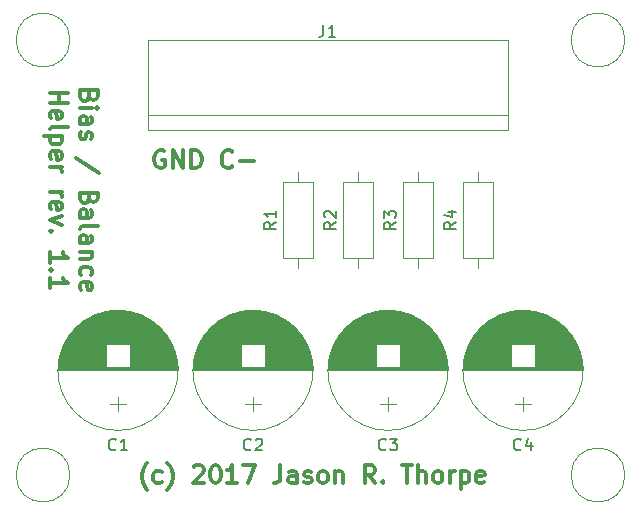
<source format=gbr>
G04 #@! TF.FileFunction,Legend,Top*
%FSLAX46Y46*%
G04 Gerber Fmt 4.6, Leading zero omitted, Abs format (unit mm)*
G04 Created by KiCad (PCBNEW 4.0.7) date Sunday, September 16, 2018 'AMt' 08:41:20 AM*
%MOMM*%
%LPD*%
G01*
G04 APERTURE LIST*
%ADD10C,0.100000*%
%ADD11C,0.300000*%
%ADD12C,0.120000*%
%ADD13C,0.150000*%
G04 APERTURE END LIST*
D10*
D11*
X134732143Y-64461429D02*
X134660714Y-64675715D01*
X134589286Y-64747143D01*
X134446429Y-64818572D01*
X134232143Y-64818572D01*
X134089286Y-64747143D01*
X134017857Y-64675715D01*
X133946429Y-64532857D01*
X133946429Y-63961429D01*
X135446429Y-63961429D01*
X135446429Y-64461429D01*
X135375000Y-64604286D01*
X135303571Y-64675715D01*
X135160714Y-64747143D01*
X135017857Y-64747143D01*
X134875000Y-64675715D01*
X134803571Y-64604286D01*
X134732143Y-64461429D01*
X134732143Y-63961429D01*
X133946429Y-65461429D02*
X134946429Y-65461429D01*
X135446429Y-65461429D02*
X135375000Y-65390000D01*
X135303571Y-65461429D01*
X135375000Y-65532857D01*
X135446429Y-65461429D01*
X135303571Y-65461429D01*
X133946429Y-66818572D02*
X134732143Y-66818572D01*
X134875000Y-66747143D01*
X134946429Y-66604286D01*
X134946429Y-66318572D01*
X134875000Y-66175715D01*
X134017857Y-66818572D02*
X133946429Y-66675715D01*
X133946429Y-66318572D01*
X134017857Y-66175715D01*
X134160714Y-66104286D01*
X134303571Y-66104286D01*
X134446429Y-66175715D01*
X134517857Y-66318572D01*
X134517857Y-66675715D01*
X134589286Y-66818572D01*
X134017857Y-67461429D02*
X133946429Y-67604286D01*
X133946429Y-67890001D01*
X134017857Y-68032858D01*
X134160714Y-68104286D01*
X134232143Y-68104286D01*
X134375000Y-68032858D01*
X134446429Y-67890001D01*
X134446429Y-67675715D01*
X134517857Y-67532858D01*
X134660714Y-67461429D01*
X134732143Y-67461429D01*
X134875000Y-67532858D01*
X134946429Y-67675715D01*
X134946429Y-67890001D01*
X134875000Y-68032858D01*
X135517857Y-70961429D02*
X133589286Y-69675715D01*
X134732143Y-73104287D02*
X134660714Y-73318573D01*
X134589286Y-73390001D01*
X134446429Y-73461430D01*
X134232143Y-73461430D01*
X134089286Y-73390001D01*
X134017857Y-73318573D01*
X133946429Y-73175715D01*
X133946429Y-72604287D01*
X135446429Y-72604287D01*
X135446429Y-73104287D01*
X135375000Y-73247144D01*
X135303571Y-73318573D01*
X135160714Y-73390001D01*
X135017857Y-73390001D01*
X134875000Y-73318573D01*
X134803571Y-73247144D01*
X134732143Y-73104287D01*
X134732143Y-72604287D01*
X133946429Y-74747144D02*
X134732143Y-74747144D01*
X134875000Y-74675715D01*
X134946429Y-74532858D01*
X134946429Y-74247144D01*
X134875000Y-74104287D01*
X134017857Y-74747144D02*
X133946429Y-74604287D01*
X133946429Y-74247144D01*
X134017857Y-74104287D01*
X134160714Y-74032858D01*
X134303571Y-74032858D01*
X134446429Y-74104287D01*
X134517857Y-74247144D01*
X134517857Y-74604287D01*
X134589286Y-74747144D01*
X133946429Y-75675716D02*
X134017857Y-75532858D01*
X134160714Y-75461430D01*
X135446429Y-75461430D01*
X133946429Y-76890001D02*
X134732143Y-76890001D01*
X134875000Y-76818572D01*
X134946429Y-76675715D01*
X134946429Y-76390001D01*
X134875000Y-76247144D01*
X134017857Y-76890001D02*
X133946429Y-76747144D01*
X133946429Y-76390001D01*
X134017857Y-76247144D01*
X134160714Y-76175715D01*
X134303571Y-76175715D01*
X134446429Y-76247144D01*
X134517857Y-76390001D01*
X134517857Y-76747144D01*
X134589286Y-76890001D01*
X134946429Y-77604287D02*
X133946429Y-77604287D01*
X134803571Y-77604287D02*
X134875000Y-77675715D01*
X134946429Y-77818573D01*
X134946429Y-78032858D01*
X134875000Y-78175715D01*
X134732143Y-78247144D01*
X133946429Y-78247144D01*
X134017857Y-79604287D02*
X133946429Y-79461430D01*
X133946429Y-79175716D01*
X134017857Y-79032858D01*
X134089286Y-78961430D01*
X134232143Y-78890001D01*
X134660714Y-78890001D01*
X134803571Y-78961430D01*
X134875000Y-79032858D01*
X134946429Y-79175716D01*
X134946429Y-79461430D01*
X134875000Y-79604287D01*
X134017857Y-80818572D02*
X133946429Y-80675715D01*
X133946429Y-80390001D01*
X134017857Y-80247144D01*
X134160714Y-80175715D01*
X134732143Y-80175715D01*
X134875000Y-80247144D01*
X134946429Y-80390001D01*
X134946429Y-80675715D01*
X134875000Y-80818572D01*
X134732143Y-80890001D01*
X134589286Y-80890001D01*
X134446429Y-80175715D01*
X131396429Y-64175716D02*
X132896429Y-64175716D01*
X132182143Y-64175716D02*
X132182143Y-65032859D01*
X131396429Y-65032859D02*
X132896429Y-65032859D01*
X131467857Y-66318573D02*
X131396429Y-66175716D01*
X131396429Y-65890002D01*
X131467857Y-65747145D01*
X131610714Y-65675716D01*
X132182143Y-65675716D01*
X132325000Y-65747145D01*
X132396429Y-65890002D01*
X132396429Y-66175716D01*
X132325000Y-66318573D01*
X132182143Y-66390002D01*
X132039286Y-66390002D01*
X131896429Y-65675716D01*
X131396429Y-67247145D02*
X131467857Y-67104287D01*
X131610714Y-67032859D01*
X132896429Y-67032859D01*
X132396429Y-67818573D02*
X130896429Y-67818573D01*
X132325000Y-67818573D02*
X132396429Y-67961430D01*
X132396429Y-68247144D01*
X132325000Y-68390001D01*
X132253571Y-68461430D01*
X132110714Y-68532859D01*
X131682143Y-68532859D01*
X131539286Y-68461430D01*
X131467857Y-68390001D01*
X131396429Y-68247144D01*
X131396429Y-67961430D01*
X131467857Y-67818573D01*
X131467857Y-69747144D02*
X131396429Y-69604287D01*
X131396429Y-69318573D01*
X131467857Y-69175716D01*
X131610714Y-69104287D01*
X132182143Y-69104287D01*
X132325000Y-69175716D01*
X132396429Y-69318573D01*
X132396429Y-69604287D01*
X132325000Y-69747144D01*
X132182143Y-69818573D01*
X132039286Y-69818573D01*
X131896429Y-69104287D01*
X131396429Y-70461430D02*
X132396429Y-70461430D01*
X132110714Y-70461430D02*
X132253571Y-70532858D01*
X132325000Y-70604287D01*
X132396429Y-70747144D01*
X132396429Y-70890001D01*
X131396429Y-72532858D02*
X132396429Y-72532858D01*
X132110714Y-72532858D02*
X132253571Y-72604286D01*
X132325000Y-72675715D01*
X132396429Y-72818572D01*
X132396429Y-72961429D01*
X131467857Y-74032857D02*
X131396429Y-73890000D01*
X131396429Y-73604286D01*
X131467857Y-73461429D01*
X131610714Y-73390000D01*
X132182143Y-73390000D01*
X132325000Y-73461429D01*
X132396429Y-73604286D01*
X132396429Y-73890000D01*
X132325000Y-74032857D01*
X132182143Y-74104286D01*
X132039286Y-74104286D01*
X131896429Y-73390000D01*
X132396429Y-74604286D02*
X131396429Y-74961429D01*
X132396429Y-75318571D01*
X131539286Y-75890000D02*
X131467857Y-75961428D01*
X131396429Y-75890000D01*
X131467857Y-75818571D01*
X131539286Y-75890000D01*
X131396429Y-75890000D01*
X131396429Y-78532857D02*
X131396429Y-77675714D01*
X131396429Y-78104286D02*
X132896429Y-78104286D01*
X132682143Y-77961429D01*
X132539286Y-77818571D01*
X132467857Y-77675714D01*
X131539286Y-79175714D02*
X131467857Y-79247142D01*
X131396429Y-79175714D01*
X131467857Y-79104285D01*
X131539286Y-79175714D01*
X131396429Y-79175714D01*
X131396429Y-80675714D02*
X131396429Y-79818571D01*
X131396429Y-80247143D02*
X132896429Y-80247143D01*
X132682143Y-80104286D01*
X132539286Y-79961428D01*
X132467857Y-79818571D01*
X139634287Y-97770000D02*
X139562859Y-97698571D01*
X139420002Y-97484286D01*
X139348573Y-97341429D01*
X139277144Y-97127143D01*
X139205716Y-96770000D01*
X139205716Y-96484286D01*
X139277144Y-96127143D01*
X139348573Y-95912857D01*
X139420002Y-95770000D01*
X139562859Y-95555714D01*
X139634287Y-95484286D01*
X140848573Y-97127143D02*
X140705716Y-97198571D01*
X140420002Y-97198571D01*
X140277144Y-97127143D01*
X140205716Y-97055714D01*
X140134287Y-96912857D01*
X140134287Y-96484286D01*
X140205716Y-96341429D01*
X140277144Y-96270000D01*
X140420002Y-96198571D01*
X140705716Y-96198571D01*
X140848573Y-96270000D01*
X141348573Y-97770000D02*
X141420001Y-97698571D01*
X141562858Y-97484286D01*
X141634287Y-97341429D01*
X141705716Y-97127143D01*
X141777144Y-96770000D01*
X141777144Y-96484286D01*
X141705716Y-96127143D01*
X141634287Y-95912857D01*
X141562858Y-95770000D01*
X141420001Y-95555714D01*
X141348573Y-95484286D01*
X143562858Y-95841429D02*
X143634287Y-95770000D01*
X143777144Y-95698571D01*
X144134287Y-95698571D01*
X144277144Y-95770000D01*
X144348573Y-95841429D01*
X144420001Y-95984286D01*
X144420001Y-96127143D01*
X144348573Y-96341429D01*
X143491430Y-97198571D01*
X144420001Y-97198571D01*
X145348572Y-95698571D02*
X145491429Y-95698571D01*
X145634286Y-95770000D01*
X145705715Y-95841429D01*
X145777144Y-95984286D01*
X145848572Y-96270000D01*
X145848572Y-96627143D01*
X145777144Y-96912857D01*
X145705715Y-97055714D01*
X145634286Y-97127143D01*
X145491429Y-97198571D01*
X145348572Y-97198571D01*
X145205715Y-97127143D01*
X145134286Y-97055714D01*
X145062858Y-96912857D01*
X144991429Y-96627143D01*
X144991429Y-96270000D01*
X145062858Y-95984286D01*
X145134286Y-95841429D01*
X145205715Y-95770000D01*
X145348572Y-95698571D01*
X147277143Y-97198571D02*
X146420000Y-97198571D01*
X146848572Y-97198571D02*
X146848572Y-95698571D01*
X146705715Y-95912857D01*
X146562857Y-96055714D01*
X146420000Y-96127143D01*
X147777143Y-95698571D02*
X148777143Y-95698571D01*
X148134286Y-97198571D01*
X150919999Y-95698571D02*
X150919999Y-96770000D01*
X150848571Y-96984286D01*
X150705714Y-97127143D01*
X150491428Y-97198571D01*
X150348571Y-97198571D01*
X152277142Y-97198571D02*
X152277142Y-96412857D01*
X152205713Y-96270000D01*
X152062856Y-96198571D01*
X151777142Y-96198571D01*
X151634285Y-96270000D01*
X152277142Y-97127143D02*
X152134285Y-97198571D01*
X151777142Y-97198571D01*
X151634285Y-97127143D01*
X151562856Y-96984286D01*
X151562856Y-96841429D01*
X151634285Y-96698571D01*
X151777142Y-96627143D01*
X152134285Y-96627143D01*
X152277142Y-96555714D01*
X152919999Y-97127143D02*
X153062856Y-97198571D01*
X153348571Y-97198571D01*
X153491428Y-97127143D01*
X153562856Y-96984286D01*
X153562856Y-96912857D01*
X153491428Y-96770000D01*
X153348571Y-96698571D01*
X153134285Y-96698571D01*
X152991428Y-96627143D01*
X152919999Y-96484286D01*
X152919999Y-96412857D01*
X152991428Y-96270000D01*
X153134285Y-96198571D01*
X153348571Y-96198571D01*
X153491428Y-96270000D01*
X154420000Y-97198571D02*
X154277142Y-97127143D01*
X154205714Y-97055714D01*
X154134285Y-96912857D01*
X154134285Y-96484286D01*
X154205714Y-96341429D01*
X154277142Y-96270000D01*
X154420000Y-96198571D01*
X154634285Y-96198571D01*
X154777142Y-96270000D01*
X154848571Y-96341429D01*
X154920000Y-96484286D01*
X154920000Y-96912857D01*
X154848571Y-97055714D01*
X154777142Y-97127143D01*
X154634285Y-97198571D01*
X154420000Y-97198571D01*
X155562857Y-96198571D02*
X155562857Y-97198571D01*
X155562857Y-96341429D02*
X155634285Y-96270000D01*
X155777143Y-96198571D01*
X155991428Y-96198571D01*
X156134285Y-96270000D01*
X156205714Y-96412857D01*
X156205714Y-97198571D01*
X158920000Y-97198571D02*
X158420000Y-96484286D01*
X158062857Y-97198571D02*
X158062857Y-95698571D01*
X158634285Y-95698571D01*
X158777143Y-95770000D01*
X158848571Y-95841429D01*
X158920000Y-95984286D01*
X158920000Y-96198571D01*
X158848571Y-96341429D01*
X158777143Y-96412857D01*
X158634285Y-96484286D01*
X158062857Y-96484286D01*
X159562857Y-97055714D02*
X159634285Y-97127143D01*
X159562857Y-97198571D01*
X159491428Y-97127143D01*
X159562857Y-97055714D01*
X159562857Y-97198571D01*
X161205714Y-95698571D02*
X162062857Y-95698571D01*
X161634286Y-97198571D02*
X161634286Y-95698571D01*
X162562857Y-97198571D02*
X162562857Y-95698571D01*
X163205714Y-97198571D02*
X163205714Y-96412857D01*
X163134285Y-96270000D01*
X162991428Y-96198571D01*
X162777143Y-96198571D01*
X162634285Y-96270000D01*
X162562857Y-96341429D01*
X164134286Y-97198571D02*
X163991428Y-97127143D01*
X163920000Y-97055714D01*
X163848571Y-96912857D01*
X163848571Y-96484286D01*
X163920000Y-96341429D01*
X163991428Y-96270000D01*
X164134286Y-96198571D01*
X164348571Y-96198571D01*
X164491428Y-96270000D01*
X164562857Y-96341429D01*
X164634286Y-96484286D01*
X164634286Y-96912857D01*
X164562857Y-97055714D01*
X164491428Y-97127143D01*
X164348571Y-97198571D01*
X164134286Y-97198571D01*
X165277143Y-97198571D02*
X165277143Y-96198571D01*
X165277143Y-96484286D02*
X165348571Y-96341429D01*
X165420000Y-96270000D01*
X165562857Y-96198571D01*
X165705714Y-96198571D01*
X166205714Y-96198571D02*
X166205714Y-97698571D01*
X166205714Y-96270000D02*
X166348571Y-96198571D01*
X166634285Y-96198571D01*
X166777142Y-96270000D01*
X166848571Y-96341429D01*
X166920000Y-96484286D01*
X166920000Y-96912857D01*
X166848571Y-97055714D01*
X166777142Y-97127143D01*
X166634285Y-97198571D01*
X166348571Y-97198571D01*
X166205714Y-97127143D01*
X168134285Y-97127143D02*
X167991428Y-97198571D01*
X167705714Y-97198571D01*
X167562857Y-97127143D01*
X167491428Y-96984286D01*
X167491428Y-96412857D01*
X167562857Y-96270000D01*
X167705714Y-96198571D01*
X167991428Y-96198571D01*
X168134285Y-96270000D01*
X168205714Y-96412857D01*
X168205714Y-96555714D01*
X167491428Y-96698571D01*
X141097143Y-69100000D02*
X140954286Y-69028571D01*
X140740000Y-69028571D01*
X140525715Y-69100000D01*
X140382857Y-69242857D01*
X140311429Y-69385714D01*
X140240000Y-69671429D01*
X140240000Y-69885714D01*
X140311429Y-70171429D01*
X140382857Y-70314286D01*
X140525715Y-70457143D01*
X140740000Y-70528571D01*
X140882857Y-70528571D01*
X141097143Y-70457143D01*
X141168572Y-70385714D01*
X141168572Y-69885714D01*
X140882857Y-69885714D01*
X141811429Y-70528571D02*
X141811429Y-69028571D01*
X142668572Y-70528571D01*
X142668572Y-69028571D01*
X143382858Y-70528571D02*
X143382858Y-69028571D01*
X143740001Y-69028571D01*
X143954286Y-69100000D01*
X144097144Y-69242857D01*
X144168572Y-69385714D01*
X144240001Y-69671429D01*
X144240001Y-69885714D01*
X144168572Y-70171429D01*
X144097144Y-70314286D01*
X143954286Y-70457143D01*
X143740001Y-70528571D01*
X143382858Y-70528571D01*
X146855715Y-70385714D02*
X146784286Y-70457143D01*
X146570000Y-70528571D01*
X146427143Y-70528571D01*
X146212858Y-70457143D01*
X146070000Y-70314286D01*
X145998572Y-70171429D01*
X145927143Y-69885714D01*
X145927143Y-69671429D01*
X145998572Y-69385714D01*
X146070000Y-69242857D01*
X146212858Y-69100000D01*
X146427143Y-69028571D01*
X146570000Y-69028571D01*
X146784286Y-69100000D01*
X146855715Y-69171429D01*
X147498572Y-69957143D02*
X148641429Y-69957143D01*
D12*
X142250000Y-87650000D02*
G75*
G03X142250000Y-87650000I-5090000J0D01*
G01*
X132110000Y-87650000D02*
X142210000Y-87650000D01*
X132110000Y-87610000D02*
X142210000Y-87610000D01*
X132110000Y-87570000D02*
X142210000Y-87570000D01*
X132111000Y-87530000D02*
X142209000Y-87530000D01*
X132112000Y-87490000D02*
X142208000Y-87490000D01*
X132113000Y-87450000D02*
X142207000Y-87450000D01*
X132115000Y-87410000D02*
X142205000Y-87410000D01*
X132117000Y-87370000D02*
X136180000Y-87370000D01*
X138140000Y-87370000D02*
X142203000Y-87370000D01*
X132120000Y-87330000D02*
X136180000Y-87330000D01*
X138140000Y-87330000D02*
X142200000Y-87330000D01*
X132122000Y-87290000D02*
X136180000Y-87290000D01*
X138140000Y-87290000D02*
X142198000Y-87290000D01*
X132125000Y-87250000D02*
X136180000Y-87250000D01*
X138140000Y-87250000D02*
X142195000Y-87250000D01*
X132129000Y-87210000D02*
X136180000Y-87210000D01*
X138140000Y-87210000D02*
X142191000Y-87210000D01*
X132132000Y-87170000D02*
X136180000Y-87170000D01*
X138140000Y-87170000D02*
X142188000Y-87170000D01*
X132136000Y-87130000D02*
X136180000Y-87130000D01*
X138140000Y-87130000D02*
X142184000Y-87130000D01*
X132140000Y-87090000D02*
X136180000Y-87090000D01*
X138140000Y-87090000D02*
X142180000Y-87090000D01*
X132145000Y-87050000D02*
X136180000Y-87050000D01*
X138140000Y-87050000D02*
X142175000Y-87050000D01*
X132150000Y-87010000D02*
X136180000Y-87010000D01*
X138140000Y-87010000D02*
X142170000Y-87010000D01*
X132155000Y-86970000D02*
X136180000Y-86970000D01*
X138140000Y-86970000D02*
X142165000Y-86970000D01*
X132161000Y-86929000D02*
X136180000Y-86929000D01*
X138140000Y-86929000D02*
X142159000Y-86929000D01*
X132167000Y-86889000D02*
X136180000Y-86889000D01*
X138140000Y-86889000D02*
X142153000Y-86889000D01*
X132173000Y-86849000D02*
X136180000Y-86849000D01*
X138140000Y-86849000D02*
X142147000Y-86849000D01*
X132179000Y-86809000D02*
X136180000Y-86809000D01*
X138140000Y-86809000D02*
X142141000Y-86809000D01*
X132186000Y-86769000D02*
X136180000Y-86769000D01*
X138140000Y-86769000D02*
X142134000Y-86769000D01*
X132193000Y-86729000D02*
X136180000Y-86729000D01*
X138140000Y-86729000D02*
X142127000Y-86729000D01*
X132201000Y-86689000D02*
X136180000Y-86689000D01*
X138140000Y-86689000D02*
X142119000Y-86689000D01*
X132209000Y-86649000D02*
X136180000Y-86649000D01*
X138140000Y-86649000D02*
X142111000Y-86649000D01*
X132217000Y-86609000D02*
X136180000Y-86609000D01*
X138140000Y-86609000D02*
X142103000Y-86609000D01*
X132225000Y-86569000D02*
X136180000Y-86569000D01*
X138140000Y-86569000D02*
X142095000Y-86569000D01*
X132234000Y-86529000D02*
X136180000Y-86529000D01*
X138140000Y-86529000D02*
X142086000Y-86529000D01*
X132243000Y-86489000D02*
X136180000Y-86489000D01*
X138140000Y-86489000D02*
X142077000Y-86489000D01*
X132253000Y-86449000D02*
X136180000Y-86449000D01*
X138140000Y-86449000D02*
X142067000Y-86449000D01*
X132263000Y-86409000D02*
X136180000Y-86409000D01*
X138140000Y-86409000D02*
X142057000Y-86409000D01*
X132273000Y-86369000D02*
X136180000Y-86369000D01*
X138140000Y-86369000D02*
X142047000Y-86369000D01*
X132284000Y-86329000D02*
X136180000Y-86329000D01*
X138140000Y-86329000D02*
X142036000Y-86329000D01*
X132295000Y-86289000D02*
X136180000Y-86289000D01*
X138140000Y-86289000D02*
X142025000Y-86289000D01*
X132306000Y-86249000D02*
X136180000Y-86249000D01*
X138140000Y-86249000D02*
X142014000Y-86249000D01*
X132317000Y-86209000D02*
X136180000Y-86209000D01*
X138140000Y-86209000D02*
X142003000Y-86209000D01*
X132329000Y-86169000D02*
X136180000Y-86169000D01*
X138140000Y-86169000D02*
X141991000Y-86169000D01*
X132342000Y-86129000D02*
X136180000Y-86129000D01*
X138140000Y-86129000D02*
X141978000Y-86129000D01*
X132354000Y-86089000D02*
X136180000Y-86089000D01*
X138140000Y-86089000D02*
X141966000Y-86089000D01*
X132368000Y-86049000D02*
X136180000Y-86049000D01*
X138140000Y-86049000D02*
X141952000Y-86049000D01*
X132381000Y-86009000D02*
X136180000Y-86009000D01*
X138140000Y-86009000D02*
X141939000Y-86009000D01*
X132395000Y-85969000D02*
X136180000Y-85969000D01*
X138140000Y-85969000D02*
X141925000Y-85969000D01*
X132409000Y-85929000D02*
X136180000Y-85929000D01*
X138140000Y-85929000D02*
X141911000Y-85929000D01*
X132423000Y-85889000D02*
X136180000Y-85889000D01*
X138140000Y-85889000D02*
X141897000Y-85889000D01*
X132438000Y-85849000D02*
X136180000Y-85849000D01*
X138140000Y-85849000D02*
X141882000Y-85849000D01*
X132454000Y-85809000D02*
X136180000Y-85809000D01*
X138140000Y-85809000D02*
X141866000Y-85809000D01*
X132469000Y-85769000D02*
X136180000Y-85769000D01*
X138140000Y-85769000D02*
X141851000Y-85769000D01*
X132486000Y-85729000D02*
X136180000Y-85729000D01*
X138140000Y-85729000D02*
X141834000Y-85729000D01*
X132502000Y-85689000D02*
X136180000Y-85689000D01*
X138140000Y-85689000D02*
X141818000Y-85689000D01*
X132519000Y-85649000D02*
X136180000Y-85649000D01*
X138140000Y-85649000D02*
X141801000Y-85649000D01*
X132536000Y-85609000D02*
X136180000Y-85609000D01*
X138140000Y-85609000D02*
X141784000Y-85609000D01*
X132554000Y-85569000D02*
X136180000Y-85569000D01*
X138140000Y-85569000D02*
X141766000Y-85569000D01*
X132572000Y-85529000D02*
X136180000Y-85529000D01*
X138140000Y-85529000D02*
X141748000Y-85529000D01*
X132591000Y-85489000D02*
X136180000Y-85489000D01*
X138140000Y-85489000D02*
X141729000Y-85489000D01*
X132610000Y-85449000D02*
X136180000Y-85449000D01*
X138140000Y-85449000D02*
X141710000Y-85449000D01*
X132629000Y-85409000D02*
X141691000Y-85409000D01*
X132649000Y-85369000D02*
X141671000Y-85369000D01*
X132669000Y-85329000D02*
X141651000Y-85329000D01*
X132690000Y-85289000D02*
X141630000Y-85289000D01*
X132711000Y-85249000D02*
X141609000Y-85249000D01*
X132732000Y-85209000D02*
X141588000Y-85209000D01*
X132755000Y-85169000D02*
X141565000Y-85169000D01*
X132777000Y-85129000D02*
X141543000Y-85129000D01*
X132800000Y-85089000D02*
X141520000Y-85089000D01*
X132824000Y-85049000D02*
X141496000Y-85049000D01*
X132848000Y-85009000D02*
X141472000Y-85009000D01*
X132872000Y-84969000D02*
X141448000Y-84969000D01*
X132897000Y-84929000D02*
X141423000Y-84929000D01*
X132923000Y-84889000D02*
X141397000Y-84889000D01*
X132949000Y-84849000D02*
X141371000Y-84849000D01*
X132975000Y-84809000D02*
X141345000Y-84809000D01*
X133003000Y-84769000D02*
X141317000Y-84769000D01*
X133030000Y-84729000D02*
X141290000Y-84729000D01*
X133059000Y-84689000D02*
X141261000Y-84689000D01*
X133088000Y-84649000D02*
X141232000Y-84649000D01*
X133117000Y-84609000D02*
X141203000Y-84609000D01*
X133147000Y-84569000D02*
X141173000Y-84569000D01*
X133178000Y-84529000D02*
X141142000Y-84529000D01*
X133209000Y-84489000D02*
X141111000Y-84489000D01*
X133241000Y-84449000D02*
X141079000Y-84449000D01*
X133274000Y-84409000D02*
X141046000Y-84409000D01*
X133307000Y-84369000D02*
X141013000Y-84369000D01*
X133341000Y-84329000D02*
X140979000Y-84329000D01*
X133376000Y-84289000D02*
X140944000Y-84289000D01*
X133412000Y-84249000D02*
X140908000Y-84249000D01*
X133448000Y-84209000D02*
X140872000Y-84209000D01*
X133485000Y-84169000D02*
X140835000Y-84169000D01*
X133523000Y-84129000D02*
X140797000Y-84129000D01*
X133562000Y-84089000D02*
X140758000Y-84089000D01*
X133601000Y-84049000D02*
X140719000Y-84049000D01*
X133642000Y-84009000D02*
X140678000Y-84009000D01*
X133683000Y-83969000D02*
X140637000Y-83969000D01*
X133725000Y-83929000D02*
X140595000Y-83929000D01*
X133769000Y-83889000D02*
X140551000Y-83889000D01*
X133813000Y-83849000D02*
X140507000Y-83849000D01*
X133858000Y-83809000D02*
X140462000Y-83809000D01*
X133905000Y-83769000D02*
X140415000Y-83769000D01*
X133953000Y-83729000D02*
X140367000Y-83729000D01*
X134002000Y-83689000D02*
X140318000Y-83689000D01*
X134052000Y-83649000D02*
X140268000Y-83649000D01*
X134103000Y-83609000D02*
X140217000Y-83609000D01*
X134156000Y-83569000D02*
X140164000Y-83569000D01*
X134211000Y-83529000D02*
X140109000Y-83529000D01*
X134266000Y-83489000D02*
X140054000Y-83489000D01*
X134324000Y-83449000D02*
X139996000Y-83449000D01*
X134383000Y-83409000D02*
X139937000Y-83409000D01*
X134445000Y-83369000D02*
X139875000Y-83369000D01*
X134508000Y-83329000D02*
X139812000Y-83329000D01*
X134573000Y-83289000D02*
X139747000Y-83289000D01*
X134641000Y-83249000D02*
X139679000Y-83249000D01*
X134711000Y-83209000D02*
X139609000Y-83209000D01*
X134783000Y-83169000D02*
X139537000Y-83169000D01*
X134859000Y-83129000D02*
X139461000Y-83129000D01*
X134938000Y-83089000D02*
X139382000Y-83089000D01*
X135020000Y-83049000D02*
X139300000Y-83049000D01*
X135107000Y-83009000D02*
X139213000Y-83009000D01*
X135198000Y-82969000D02*
X139122000Y-82969000D01*
X135294000Y-82929000D02*
X139026000Y-82929000D01*
X135397000Y-82889000D02*
X138923000Y-82889000D01*
X135506000Y-82849000D02*
X138814000Y-82849000D01*
X135624000Y-82809000D02*
X138696000Y-82809000D01*
X135753000Y-82769000D02*
X138567000Y-82769000D01*
X135895000Y-82729000D02*
X138425000Y-82729000D01*
X136056000Y-82689000D02*
X138264000Y-82689000D01*
X136247000Y-82649000D02*
X138073000Y-82649000D01*
X136488000Y-82609000D02*
X137832000Y-82609000D01*
X136881000Y-82569000D02*
X137439000Y-82569000D01*
X137160000Y-91100000D02*
X137160000Y-89900000D01*
X136510000Y-90500000D02*
X137810000Y-90500000D01*
X153680000Y-87650000D02*
G75*
G03X153680000Y-87650000I-5090000J0D01*
G01*
X143540000Y-87650000D02*
X153640000Y-87650000D01*
X143540000Y-87610000D02*
X153640000Y-87610000D01*
X143540000Y-87570000D02*
X153640000Y-87570000D01*
X143541000Y-87530000D02*
X153639000Y-87530000D01*
X143542000Y-87490000D02*
X153638000Y-87490000D01*
X143543000Y-87450000D02*
X153637000Y-87450000D01*
X143545000Y-87410000D02*
X153635000Y-87410000D01*
X143547000Y-87370000D02*
X147610000Y-87370000D01*
X149570000Y-87370000D02*
X153633000Y-87370000D01*
X143550000Y-87330000D02*
X147610000Y-87330000D01*
X149570000Y-87330000D02*
X153630000Y-87330000D01*
X143552000Y-87290000D02*
X147610000Y-87290000D01*
X149570000Y-87290000D02*
X153628000Y-87290000D01*
X143555000Y-87250000D02*
X147610000Y-87250000D01*
X149570000Y-87250000D02*
X153625000Y-87250000D01*
X143559000Y-87210000D02*
X147610000Y-87210000D01*
X149570000Y-87210000D02*
X153621000Y-87210000D01*
X143562000Y-87170000D02*
X147610000Y-87170000D01*
X149570000Y-87170000D02*
X153618000Y-87170000D01*
X143566000Y-87130000D02*
X147610000Y-87130000D01*
X149570000Y-87130000D02*
X153614000Y-87130000D01*
X143570000Y-87090000D02*
X147610000Y-87090000D01*
X149570000Y-87090000D02*
X153610000Y-87090000D01*
X143575000Y-87050000D02*
X147610000Y-87050000D01*
X149570000Y-87050000D02*
X153605000Y-87050000D01*
X143580000Y-87010000D02*
X147610000Y-87010000D01*
X149570000Y-87010000D02*
X153600000Y-87010000D01*
X143585000Y-86970000D02*
X147610000Y-86970000D01*
X149570000Y-86970000D02*
X153595000Y-86970000D01*
X143591000Y-86929000D02*
X147610000Y-86929000D01*
X149570000Y-86929000D02*
X153589000Y-86929000D01*
X143597000Y-86889000D02*
X147610000Y-86889000D01*
X149570000Y-86889000D02*
X153583000Y-86889000D01*
X143603000Y-86849000D02*
X147610000Y-86849000D01*
X149570000Y-86849000D02*
X153577000Y-86849000D01*
X143609000Y-86809000D02*
X147610000Y-86809000D01*
X149570000Y-86809000D02*
X153571000Y-86809000D01*
X143616000Y-86769000D02*
X147610000Y-86769000D01*
X149570000Y-86769000D02*
X153564000Y-86769000D01*
X143623000Y-86729000D02*
X147610000Y-86729000D01*
X149570000Y-86729000D02*
X153557000Y-86729000D01*
X143631000Y-86689000D02*
X147610000Y-86689000D01*
X149570000Y-86689000D02*
X153549000Y-86689000D01*
X143639000Y-86649000D02*
X147610000Y-86649000D01*
X149570000Y-86649000D02*
X153541000Y-86649000D01*
X143647000Y-86609000D02*
X147610000Y-86609000D01*
X149570000Y-86609000D02*
X153533000Y-86609000D01*
X143655000Y-86569000D02*
X147610000Y-86569000D01*
X149570000Y-86569000D02*
X153525000Y-86569000D01*
X143664000Y-86529000D02*
X147610000Y-86529000D01*
X149570000Y-86529000D02*
X153516000Y-86529000D01*
X143673000Y-86489000D02*
X147610000Y-86489000D01*
X149570000Y-86489000D02*
X153507000Y-86489000D01*
X143683000Y-86449000D02*
X147610000Y-86449000D01*
X149570000Y-86449000D02*
X153497000Y-86449000D01*
X143693000Y-86409000D02*
X147610000Y-86409000D01*
X149570000Y-86409000D02*
X153487000Y-86409000D01*
X143703000Y-86369000D02*
X147610000Y-86369000D01*
X149570000Y-86369000D02*
X153477000Y-86369000D01*
X143714000Y-86329000D02*
X147610000Y-86329000D01*
X149570000Y-86329000D02*
X153466000Y-86329000D01*
X143725000Y-86289000D02*
X147610000Y-86289000D01*
X149570000Y-86289000D02*
X153455000Y-86289000D01*
X143736000Y-86249000D02*
X147610000Y-86249000D01*
X149570000Y-86249000D02*
X153444000Y-86249000D01*
X143747000Y-86209000D02*
X147610000Y-86209000D01*
X149570000Y-86209000D02*
X153433000Y-86209000D01*
X143759000Y-86169000D02*
X147610000Y-86169000D01*
X149570000Y-86169000D02*
X153421000Y-86169000D01*
X143772000Y-86129000D02*
X147610000Y-86129000D01*
X149570000Y-86129000D02*
X153408000Y-86129000D01*
X143784000Y-86089000D02*
X147610000Y-86089000D01*
X149570000Y-86089000D02*
X153396000Y-86089000D01*
X143798000Y-86049000D02*
X147610000Y-86049000D01*
X149570000Y-86049000D02*
X153382000Y-86049000D01*
X143811000Y-86009000D02*
X147610000Y-86009000D01*
X149570000Y-86009000D02*
X153369000Y-86009000D01*
X143825000Y-85969000D02*
X147610000Y-85969000D01*
X149570000Y-85969000D02*
X153355000Y-85969000D01*
X143839000Y-85929000D02*
X147610000Y-85929000D01*
X149570000Y-85929000D02*
X153341000Y-85929000D01*
X143853000Y-85889000D02*
X147610000Y-85889000D01*
X149570000Y-85889000D02*
X153327000Y-85889000D01*
X143868000Y-85849000D02*
X147610000Y-85849000D01*
X149570000Y-85849000D02*
X153312000Y-85849000D01*
X143884000Y-85809000D02*
X147610000Y-85809000D01*
X149570000Y-85809000D02*
X153296000Y-85809000D01*
X143899000Y-85769000D02*
X147610000Y-85769000D01*
X149570000Y-85769000D02*
X153281000Y-85769000D01*
X143916000Y-85729000D02*
X147610000Y-85729000D01*
X149570000Y-85729000D02*
X153264000Y-85729000D01*
X143932000Y-85689000D02*
X147610000Y-85689000D01*
X149570000Y-85689000D02*
X153248000Y-85689000D01*
X143949000Y-85649000D02*
X147610000Y-85649000D01*
X149570000Y-85649000D02*
X153231000Y-85649000D01*
X143966000Y-85609000D02*
X147610000Y-85609000D01*
X149570000Y-85609000D02*
X153214000Y-85609000D01*
X143984000Y-85569000D02*
X147610000Y-85569000D01*
X149570000Y-85569000D02*
X153196000Y-85569000D01*
X144002000Y-85529000D02*
X147610000Y-85529000D01*
X149570000Y-85529000D02*
X153178000Y-85529000D01*
X144021000Y-85489000D02*
X147610000Y-85489000D01*
X149570000Y-85489000D02*
X153159000Y-85489000D01*
X144040000Y-85449000D02*
X147610000Y-85449000D01*
X149570000Y-85449000D02*
X153140000Y-85449000D01*
X144059000Y-85409000D02*
X153121000Y-85409000D01*
X144079000Y-85369000D02*
X153101000Y-85369000D01*
X144099000Y-85329000D02*
X153081000Y-85329000D01*
X144120000Y-85289000D02*
X153060000Y-85289000D01*
X144141000Y-85249000D02*
X153039000Y-85249000D01*
X144162000Y-85209000D02*
X153018000Y-85209000D01*
X144185000Y-85169000D02*
X152995000Y-85169000D01*
X144207000Y-85129000D02*
X152973000Y-85129000D01*
X144230000Y-85089000D02*
X152950000Y-85089000D01*
X144254000Y-85049000D02*
X152926000Y-85049000D01*
X144278000Y-85009000D02*
X152902000Y-85009000D01*
X144302000Y-84969000D02*
X152878000Y-84969000D01*
X144327000Y-84929000D02*
X152853000Y-84929000D01*
X144353000Y-84889000D02*
X152827000Y-84889000D01*
X144379000Y-84849000D02*
X152801000Y-84849000D01*
X144405000Y-84809000D02*
X152775000Y-84809000D01*
X144433000Y-84769000D02*
X152747000Y-84769000D01*
X144460000Y-84729000D02*
X152720000Y-84729000D01*
X144489000Y-84689000D02*
X152691000Y-84689000D01*
X144518000Y-84649000D02*
X152662000Y-84649000D01*
X144547000Y-84609000D02*
X152633000Y-84609000D01*
X144577000Y-84569000D02*
X152603000Y-84569000D01*
X144608000Y-84529000D02*
X152572000Y-84529000D01*
X144639000Y-84489000D02*
X152541000Y-84489000D01*
X144671000Y-84449000D02*
X152509000Y-84449000D01*
X144704000Y-84409000D02*
X152476000Y-84409000D01*
X144737000Y-84369000D02*
X152443000Y-84369000D01*
X144771000Y-84329000D02*
X152409000Y-84329000D01*
X144806000Y-84289000D02*
X152374000Y-84289000D01*
X144842000Y-84249000D02*
X152338000Y-84249000D01*
X144878000Y-84209000D02*
X152302000Y-84209000D01*
X144915000Y-84169000D02*
X152265000Y-84169000D01*
X144953000Y-84129000D02*
X152227000Y-84129000D01*
X144992000Y-84089000D02*
X152188000Y-84089000D01*
X145031000Y-84049000D02*
X152149000Y-84049000D01*
X145072000Y-84009000D02*
X152108000Y-84009000D01*
X145113000Y-83969000D02*
X152067000Y-83969000D01*
X145155000Y-83929000D02*
X152025000Y-83929000D01*
X145199000Y-83889000D02*
X151981000Y-83889000D01*
X145243000Y-83849000D02*
X151937000Y-83849000D01*
X145288000Y-83809000D02*
X151892000Y-83809000D01*
X145335000Y-83769000D02*
X151845000Y-83769000D01*
X145383000Y-83729000D02*
X151797000Y-83729000D01*
X145432000Y-83689000D02*
X151748000Y-83689000D01*
X145482000Y-83649000D02*
X151698000Y-83649000D01*
X145533000Y-83609000D02*
X151647000Y-83609000D01*
X145586000Y-83569000D02*
X151594000Y-83569000D01*
X145641000Y-83529000D02*
X151539000Y-83529000D01*
X145696000Y-83489000D02*
X151484000Y-83489000D01*
X145754000Y-83449000D02*
X151426000Y-83449000D01*
X145813000Y-83409000D02*
X151367000Y-83409000D01*
X145875000Y-83369000D02*
X151305000Y-83369000D01*
X145938000Y-83329000D02*
X151242000Y-83329000D01*
X146003000Y-83289000D02*
X151177000Y-83289000D01*
X146071000Y-83249000D02*
X151109000Y-83249000D01*
X146141000Y-83209000D02*
X151039000Y-83209000D01*
X146213000Y-83169000D02*
X150967000Y-83169000D01*
X146289000Y-83129000D02*
X150891000Y-83129000D01*
X146368000Y-83089000D02*
X150812000Y-83089000D01*
X146450000Y-83049000D02*
X150730000Y-83049000D01*
X146537000Y-83009000D02*
X150643000Y-83009000D01*
X146628000Y-82969000D02*
X150552000Y-82969000D01*
X146724000Y-82929000D02*
X150456000Y-82929000D01*
X146827000Y-82889000D02*
X150353000Y-82889000D01*
X146936000Y-82849000D02*
X150244000Y-82849000D01*
X147054000Y-82809000D02*
X150126000Y-82809000D01*
X147183000Y-82769000D02*
X149997000Y-82769000D01*
X147325000Y-82729000D02*
X149855000Y-82729000D01*
X147486000Y-82689000D02*
X149694000Y-82689000D01*
X147677000Y-82649000D02*
X149503000Y-82649000D01*
X147918000Y-82609000D02*
X149262000Y-82609000D01*
X148311000Y-82569000D02*
X148869000Y-82569000D01*
X148590000Y-91100000D02*
X148590000Y-89900000D01*
X147940000Y-90500000D02*
X149240000Y-90500000D01*
X165110000Y-87650000D02*
G75*
G03X165110000Y-87650000I-5090000J0D01*
G01*
X154970000Y-87650000D02*
X165070000Y-87650000D01*
X154970000Y-87610000D02*
X165070000Y-87610000D01*
X154970000Y-87570000D02*
X165070000Y-87570000D01*
X154971000Y-87530000D02*
X165069000Y-87530000D01*
X154972000Y-87490000D02*
X165068000Y-87490000D01*
X154973000Y-87450000D02*
X165067000Y-87450000D01*
X154975000Y-87410000D02*
X165065000Y-87410000D01*
X154977000Y-87370000D02*
X159040000Y-87370000D01*
X161000000Y-87370000D02*
X165063000Y-87370000D01*
X154980000Y-87330000D02*
X159040000Y-87330000D01*
X161000000Y-87330000D02*
X165060000Y-87330000D01*
X154982000Y-87290000D02*
X159040000Y-87290000D01*
X161000000Y-87290000D02*
X165058000Y-87290000D01*
X154985000Y-87250000D02*
X159040000Y-87250000D01*
X161000000Y-87250000D02*
X165055000Y-87250000D01*
X154989000Y-87210000D02*
X159040000Y-87210000D01*
X161000000Y-87210000D02*
X165051000Y-87210000D01*
X154992000Y-87170000D02*
X159040000Y-87170000D01*
X161000000Y-87170000D02*
X165048000Y-87170000D01*
X154996000Y-87130000D02*
X159040000Y-87130000D01*
X161000000Y-87130000D02*
X165044000Y-87130000D01*
X155000000Y-87090000D02*
X159040000Y-87090000D01*
X161000000Y-87090000D02*
X165040000Y-87090000D01*
X155005000Y-87050000D02*
X159040000Y-87050000D01*
X161000000Y-87050000D02*
X165035000Y-87050000D01*
X155010000Y-87010000D02*
X159040000Y-87010000D01*
X161000000Y-87010000D02*
X165030000Y-87010000D01*
X155015000Y-86970000D02*
X159040000Y-86970000D01*
X161000000Y-86970000D02*
X165025000Y-86970000D01*
X155021000Y-86929000D02*
X159040000Y-86929000D01*
X161000000Y-86929000D02*
X165019000Y-86929000D01*
X155027000Y-86889000D02*
X159040000Y-86889000D01*
X161000000Y-86889000D02*
X165013000Y-86889000D01*
X155033000Y-86849000D02*
X159040000Y-86849000D01*
X161000000Y-86849000D02*
X165007000Y-86849000D01*
X155039000Y-86809000D02*
X159040000Y-86809000D01*
X161000000Y-86809000D02*
X165001000Y-86809000D01*
X155046000Y-86769000D02*
X159040000Y-86769000D01*
X161000000Y-86769000D02*
X164994000Y-86769000D01*
X155053000Y-86729000D02*
X159040000Y-86729000D01*
X161000000Y-86729000D02*
X164987000Y-86729000D01*
X155061000Y-86689000D02*
X159040000Y-86689000D01*
X161000000Y-86689000D02*
X164979000Y-86689000D01*
X155069000Y-86649000D02*
X159040000Y-86649000D01*
X161000000Y-86649000D02*
X164971000Y-86649000D01*
X155077000Y-86609000D02*
X159040000Y-86609000D01*
X161000000Y-86609000D02*
X164963000Y-86609000D01*
X155085000Y-86569000D02*
X159040000Y-86569000D01*
X161000000Y-86569000D02*
X164955000Y-86569000D01*
X155094000Y-86529000D02*
X159040000Y-86529000D01*
X161000000Y-86529000D02*
X164946000Y-86529000D01*
X155103000Y-86489000D02*
X159040000Y-86489000D01*
X161000000Y-86489000D02*
X164937000Y-86489000D01*
X155113000Y-86449000D02*
X159040000Y-86449000D01*
X161000000Y-86449000D02*
X164927000Y-86449000D01*
X155123000Y-86409000D02*
X159040000Y-86409000D01*
X161000000Y-86409000D02*
X164917000Y-86409000D01*
X155133000Y-86369000D02*
X159040000Y-86369000D01*
X161000000Y-86369000D02*
X164907000Y-86369000D01*
X155144000Y-86329000D02*
X159040000Y-86329000D01*
X161000000Y-86329000D02*
X164896000Y-86329000D01*
X155155000Y-86289000D02*
X159040000Y-86289000D01*
X161000000Y-86289000D02*
X164885000Y-86289000D01*
X155166000Y-86249000D02*
X159040000Y-86249000D01*
X161000000Y-86249000D02*
X164874000Y-86249000D01*
X155177000Y-86209000D02*
X159040000Y-86209000D01*
X161000000Y-86209000D02*
X164863000Y-86209000D01*
X155189000Y-86169000D02*
X159040000Y-86169000D01*
X161000000Y-86169000D02*
X164851000Y-86169000D01*
X155202000Y-86129000D02*
X159040000Y-86129000D01*
X161000000Y-86129000D02*
X164838000Y-86129000D01*
X155214000Y-86089000D02*
X159040000Y-86089000D01*
X161000000Y-86089000D02*
X164826000Y-86089000D01*
X155228000Y-86049000D02*
X159040000Y-86049000D01*
X161000000Y-86049000D02*
X164812000Y-86049000D01*
X155241000Y-86009000D02*
X159040000Y-86009000D01*
X161000000Y-86009000D02*
X164799000Y-86009000D01*
X155255000Y-85969000D02*
X159040000Y-85969000D01*
X161000000Y-85969000D02*
X164785000Y-85969000D01*
X155269000Y-85929000D02*
X159040000Y-85929000D01*
X161000000Y-85929000D02*
X164771000Y-85929000D01*
X155283000Y-85889000D02*
X159040000Y-85889000D01*
X161000000Y-85889000D02*
X164757000Y-85889000D01*
X155298000Y-85849000D02*
X159040000Y-85849000D01*
X161000000Y-85849000D02*
X164742000Y-85849000D01*
X155314000Y-85809000D02*
X159040000Y-85809000D01*
X161000000Y-85809000D02*
X164726000Y-85809000D01*
X155329000Y-85769000D02*
X159040000Y-85769000D01*
X161000000Y-85769000D02*
X164711000Y-85769000D01*
X155346000Y-85729000D02*
X159040000Y-85729000D01*
X161000000Y-85729000D02*
X164694000Y-85729000D01*
X155362000Y-85689000D02*
X159040000Y-85689000D01*
X161000000Y-85689000D02*
X164678000Y-85689000D01*
X155379000Y-85649000D02*
X159040000Y-85649000D01*
X161000000Y-85649000D02*
X164661000Y-85649000D01*
X155396000Y-85609000D02*
X159040000Y-85609000D01*
X161000000Y-85609000D02*
X164644000Y-85609000D01*
X155414000Y-85569000D02*
X159040000Y-85569000D01*
X161000000Y-85569000D02*
X164626000Y-85569000D01*
X155432000Y-85529000D02*
X159040000Y-85529000D01*
X161000000Y-85529000D02*
X164608000Y-85529000D01*
X155451000Y-85489000D02*
X159040000Y-85489000D01*
X161000000Y-85489000D02*
X164589000Y-85489000D01*
X155470000Y-85449000D02*
X159040000Y-85449000D01*
X161000000Y-85449000D02*
X164570000Y-85449000D01*
X155489000Y-85409000D02*
X164551000Y-85409000D01*
X155509000Y-85369000D02*
X164531000Y-85369000D01*
X155529000Y-85329000D02*
X164511000Y-85329000D01*
X155550000Y-85289000D02*
X164490000Y-85289000D01*
X155571000Y-85249000D02*
X164469000Y-85249000D01*
X155592000Y-85209000D02*
X164448000Y-85209000D01*
X155615000Y-85169000D02*
X164425000Y-85169000D01*
X155637000Y-85129000D02*
X164403000Y-85129000D01*
X155660000Y-85089000D02*
X164380000Y-85089000D01*
X155684000Y-85049000D02*
X164356000Y-85049000D01*
X155708000Y-85009000D02*
X164332000Y-85009000D01*
X155732000Y-84969000D02*
X164308000Y-84969000D01*
X155757000Y-84929000D02*
X164283000Y-84929000D01*
X155783000Y-84889000D02*
X164257000Y-84889000D01*
X155809000Y-84849000D02*
X164231000Y-84849000D01*
X155835000Y-84809000D02*
X164205000Y-84809000D01*
X155863000Y-84769000D02*
X164177000Y-84769000D01*
X155890000Y-84729000D02*
X164150000Y-84729000D01*
X155919000Y-84689000D02*
X164121000Y-84689000D01*
X155948000Y-84649000D02*
X164092000Y-84649000D01*
X155977000Y-84609000D02*
X164063000Y-84609000D01*
X156007000Y-84569000D02*
X164033000Y-84569000D01*
X156038000Y-84529000D02*
X164002000Y-84529000D01*
X156069000Y-84489000D02*
X163971000Y-84489000D01*
X156101000Y-84449000D02*
X163939000Y-84449000D01*
X156134000Y-84409000D02*
X163906000Y-84409000D01*
X156167000Y-84369000D02*
X163873000Y-84369000D01*
X156201000Y-84329000D02*
X163839000Y-84329000D01*
X156236000Y-84289000D02*
X163804000Y-84289000D01*
X156272000Y-84249000D02*
X163768000Y-84249000D01*
X156308000Y-84209000D02*
X163732000Y-84209000D01*
X156345000Y-84169000D02*
X163695000Y-84169000D01*
X156383000Y-84129000D02*
X163657000Y-84129000D01*
X156422000Y-84089000D02*
X163618000Y-84089000D01*
X156461000Y-84049000D02*
X163579000Y-84049000D01*
X156502000Y-84009000D02*
X163538000Y-84009000D01*
X156543000Y-83969000D02*
X163497000Y-83969000D01*
X156585000Y-83929000D02*
X163455000Y-83929000D01*
X156629000Y-83889000D02*
X163411000Y-83889000D01*
X156673000Y-83849000D02*
X163367000Y-83849000D01*
X156718000Y-83809000D02*
X163322000Y-83809000D01*
X156765000Y-83769000D02*
X163275000Y-83769000D01*
X156813000Y-83729000D02*
X163227000Y-83729000D01*
X156862000Y-83689000D02*
X163178000Y-83689000D01*
X156912000Y-83649000D02*
X163128000Y-83649000D01*
X156963000Y-83609000D02*
X163077000Y-83609000D01*
X157016000Y-83569000D02*
X163024000Y-83569000D01*
X157071000Y-83529000D02*
X162969000Y-83529000D01*
X157126000Y-83489000D02*
X162914000Y-83489000D01*
X157184000Y-83449000D02*
X162856000Y-83449000D01*
X157243000Y-83409000D02*
X162797000Y-83409000D01*
X157305000Y-83369000D02*
X162735000Y-83369000D01*
X157368000Y-83329000D02*
X162672000Y-83329000D01*
X157433000Y-83289000D02*
X162607000Y-83289000D01*
X157501000Y-83249000D02*
X162539000Y-83249000D01*
X157571000Y-83209000D02*
X162469000Y-83209000D01*
X157643000Y-83169000D02*
X162397000Y-83169000D01*
X157719000Y-83129000D02*
X162321000Y-83129000D01*
X157798000Y-83089000D02*
X162242000Y-83089000D01*
X157880000Y-83049000D02*
X162160000Y-83049000D01*
X157967000Y-83009000D02*
X162073000Y-83009000D01*
X158058000Y-82969000D02*
X161982000Y-82969000D01*
X158154000Y-82929000D02*
X161886000Y-82929000D01*
X158257000Y-82889000D02*
X161783000Y-82889000D01*
X158366000Y-82849000D02*
X161674000Y-82849000D01*
X158484000Y-82809000D02*
X161556000Y-82809000D01*
X158613000Y-82769000D02*
X161427000Y-82769000D01*
X158755000Y-82729000D02*
X161285000Y-82729000D01*
X158916000Y-82689000D02*
X161124000Y-82689000D01*
X159107000Y-82649000D02*
X160933000Y-82649000D01*
X159348000Y-82609000D02*
X160692000Y-82609000D01*
X159741000Y-82569000D02*
X160299000Y-82569000D01*
X160020000Y-91100000D02*
X160020000Y-89900000D01*
X159370000Y-90500000D02*
X160670000Y-90500000D01*
X180086000Y-96520000D02*
G75*
G03X180086000Y-96520000I-2286000J0D01*
G01*
X133096000Y-96520000D02*
G75*
G03X133096000Y-96520000I-2286000J0D01*
G01*
X133096000Y-59690000D02*
G75*
G03X133096000Y-59690000I-2286000J0D01*
G01*
X176540000Y-87650000D02*
G75*
G03X176540000Y-87650000I-5090000J0D01*
G01*
X166400000Y-87650000D02*
X176500000Y-87650000D01*
X166400000Y-87610000D02*
X176500000Y-87610000D01*
X166400000Y-87570000D02*
X176500000Y-87570000D01*
X166401000Y-87530000D02*
X176499000Y-87530000D01*
X166402000Y-87490000D02*
X176498000Y-87490000D01*
X166403000Y-87450000D02*
X176497000Y-87450000D01*
X166405000Y-87410000D02*
X176495000Y-87410000D01*
X166407000Y-87370000D02*
X170470000Y-87370000D01*
X172430000Y-87370000D02*
X176493000Y-87370000D01*
X166410000Y-87330000D02*
X170470000Y-87330000D01*
X172430000Y-87330000D02*
X176490000Y-87330000D01*
X166412000Y-87290000D02*
X170470000Y-87290000D01*
X172430000Y-87290000D02*
X176488000Y-87290000D01*
X166415000Y-87250000D02*
X170470000Y-87250000D01*
X172430000Y-87250000D02*
X176485000Y-87250000D01*
X166419000Y-87210000D02*
X170470000Y-87210000D01*
X172430000Y-87210000D02*
X176481000Y-87210000D01*
X166422000Y-87170000D02*
X170470000Y-87170000D01*
X172430000Y-87170000D02*
X176478000Y-87170000D01*
X166426000Y-87130000D02*
X170470000Y-87130000D01*
X172430000Y-87130000D02*
X176474000Y-87130000D01*
X166430000Y-87090000D02*
X170470000Y-87090000D01*
X172430000Y-87090000D02*
X176470000Y-87090000D01*
X166435000Y-87050000D02*
X170470000Y-87050000D01*
X172430000Y-87050000D02*
X176465000Y-87050000D01*
X166440000Y-87010000D02*
X170470000Y-87010000D01*
X172430000Y-87010000D02*
X176460000Y-87010000D01*
X166445000Y-86970000D02*
X170470000Y-86970000D01*
X172430000Y-86970000D02*
X176455000Y-86970000D01*
X166451000Y-86929000D02*
X170470000Y-86929000D01*
X172430000Y-86929000D02*
X176449000Y-86929000D01*
X166457000Y-86889000D02*
X170470000Y-86889000D01*
X172430000Y-86889000D02*
X176443000Y-86889000D01*
X166463000Y-86849000D02*
X170470000Y-86849000D01*
X172430000Y-86849000D02*
X176437000Y-86849000D01*
X166469000Y-86809000D02*
X170470000Y-86809000D01*
X172430000Y-86809000D02*
X176431000Y-86809000D01*
X166476000Y-86769000D02*
X170470000Y-86769000D01*
X172430000Y-86769000D02*
X176424000Y-86769000D01*
X166483000Y-86729000D02*
X170470000Y-86729000D01*
X172430000Y-86729000D02*
X176417000Y-86729000D01*
X166491000Y-86689000D02*
X170470000Y-86689000D01*
X172430000Y-86689000D02*
X176409000Y-86689000D01*
X166499000Y-86649000D02*
X170470000Y-86649000D01*
X172430000Y-86649000D02*
X176401000Y-86649000D01*
X166507000Y-86609000D02*
X170470000Y-86609000D01*
X172430000Y-86609000D02*
X176393000Y-86609000D01*
X166515000Y-86569000D02*
X170470000Y-86569000D01*
X172430000Y-86569000D02*
X176385000Y-86569000D01*
X166524000Y-86529000D02*
X170470000Y-86529000D01*
X172430000Y-86529000D02*
X176376000Y-86529000D01*
X166533000Y-86489000D02*
X170470000Y-86489000D01*
X172430000Y-86489000D02*
X176367000Y-86489000D01*
X166543000Y-86449000D02*
X170470000Y-86449000D01*
X172430000Y-86449000D02*
X176357000Y-86449000D01*
X166553000Y-86409000D02*
X170470000Y-86409000D01*
X172430000Y-86409000D02*
X176347000Y-86409000D01*
X166563000Y-86369000D02*
X170470000Y-86369000D01*
X172430000Y-86369000D02*
X176337000Y-86369000D01*
X166574000Y-86329000D02*
X170470000Y-86329000D01*
X172430000Y-86329000D02*
X176326000Y-86329000D01*
X166585000Y-86289000D02*
X170470000Y-86289000D01*
X172430000Y-86289000D02*
X176315000Y-86289000D01*
X166596000Y-86249000D02*
X170470000Y-86249000D01*
X172430000Y-86249000D02*
X176304000Y-86249000D01*
X166607000Y-86209000D02*
X170470000Y-86209000D01*
X172430000Y-86209000D02*
X176293000Y-86209000D01*
X166619000Y-86169000D02*
X170470000Y-86169000D01*
X172430000Y-86169000D02*
X176281000Y-86169000D01*
X166632000Y-86129000D02*
X170470000Y-86129000D01*
X172430000Y-86129000D02*
X176268000Y-86129000D01*
X166644000Y-86089000D02*
X170470000Y-86089000D01*
X172430000Y-86089000D02*
X176256000Y-86089000D01*
X166658000Y-86049000D02*
X170470000Y-86049000D01*
X172430000Y-86049000D02*
X176242000Y-86049000D01*
X166671000Y-86009000D02*
X170470000Y-86009000D01*
X172430000Y-86009000D02*
X176229000Y-86009000D01*
X166685000Y-85969000D02*
X170470000Y-85969000D01*
X172430000Y-85969000D02*
X176215000Y-85969000D01*
X166699000Y-85929000D02*
X170470000Y-85929000D01*
X172430000Y-85929000D02*
X176201000Y-85929000D01*
X166713000Y-85889000D02*
X170470000Y-85889000D01*
X172430000Y-85889000D02*
X176187000Y-85889000D01*
X166728000Y-85849000D02*
X170470000Y-85849000D01*
X172430000Y-85849000D02*
X176172000Y-85849000D01*
X166744000Y-85809000D02*
X170470000Y-85809000D01*
X172430000Y-85809000D02*
X176156000Y-85809000D01*
X166759000Y-85769000D02*
X170470000Y-85769000D01*
X172430000Y-85769000D02*
X176141000Y-85769000D01*
X166776000Y-85729000D02*
X170470000Y-85729000D01*
X172430000Y-85729000D02*
X176124000Y-85729000D01*
X166792000Y-85689000D02*
X170470000Y-85689000D01*
X172430000Y-85689000D02*
X176108000Y-85689000D01*
X166809000Y-85649000D02*
X170470000Y-85649000D01*
X172430000Y-85649000D02*
X176091000Y-85649000D01*
X166826000Y-85609000D02*
X170470000Y-85609000D01*
X172430000Y-85609000D02*
X176074000Y-85609000D01*
X166844000Y-85569000D02*
X170470000Y-85569000D01*
X172430000Y-85569000D02*
X176056000Y-85569000D01*
X166862000Y-85529000D02*
X170470000Y-85529000D01*
X172430000Y-85529000D02*
X176038000Y-85529000D01*
X166881000Y-85489000D02*
X170470000Y-85489000D01*
X172430000Y-85489000D02*
X176019000Y-85489000D01*
X166900000Y-85449000D02*
X170470000Y-85449000D01*
X172430000Y-85449000D02*
X176000000Y-85449000D01*
X166919000Y-85409000D02*
X175981000Y-85409000D01*
X166939000Y-85369000D02*
X175961000Y-85369000D01*
X166959000Y-85329000D02*
X175941000Y-85329000D01*
X166980000Y-85289000D02*
X175920000Y-85289000D01*
X167001000Y-85249000D02*
X175899000Y-85249000D01*
X167022000Y-85209000D02*
X175878000Y-85209000D01*
X167045000Y-85169000D02*
X175855000Y-85169000D01*
X167067000Y-85129000D02*
X175833000Y-85129000D01*
X167090000Y-85089000D02*
X175810000Y-85089000D01*
X167114000Y-85049000D02*
X175786000Y-85049000D01*
X167138000Y-85009000D02*
X175762000Y-85009000D01*
X167162000Y-84969000D02*
X175738000Y-84969000D01*
X167187000Y-84929000D02*
X175713000Y-84929000D01*
X167213000Y-84889000D02*
X175687000Y-84889000D01*
X167239000Y-84849000D02*
X175661000Y-84849000D01*
X167265000Y-84809000D02*
X175635000Y-84809000D01*
X167293000Y-84769000D02*
X175607000Y-84769000D01*
X167320000Y-84729000D02*
X175580000Y-84729000D01*
X167349000Y-84689000D02*
X175551000Y-84689000D01*
X167378000Y-84649000D02*
X175522000Y-84649000D01*
X167407000Y-84609000D02*
X175493000Y-84609000D01*
X167437000Y-84569000D02*
X175463000Y-84569000D01*
X167468000Y-84529000D02*
X175432000Y-84529000D01*
X167499000Y-84489000D02*
X175401000Y-84489000D01*
X167531000Y-84449000D02*
X175369000Y-84449000D01*
X167564000Y-84409000D02*
X175336000Y-84409000D01*
X167597000Y-84369000D02*
X175303000Y-84369000D01*
X167631000Y-84329000D02*
X175269000Y-84329000D01*
X167666000Y-84289000D02*
X175234000Y-84289000D01*
X167702000Y-84249000D02*
X175198000Y-84249000D01*
X167738000Y-84209000D02*
X175162000Y-84209000D01*
X167775000Y-84169000D02*
X175125000Y-84169000D01*
X167813000Y-84129000D02*
X175087000Y-84129000D01*
X167852000Y-84089000D02*
X175048000Y-84089000D01*
X167891000Y-84049000D02*
X175009000Y-84049000D01*
X167932000Y-84009000D02*
X174968000Y-84009000D01*
X167973000Y-83969000D02*
X174927000Y-83969000D01*
X168015000Y-83929000D02*
X174885000Y-83929000D01*
X168059000Y-83889000D02*
X174841000Y-83889000D01*
X168103000Y-83849000D02*
X174797000Y-83849000D01*
X168148000Y-83809000D02*
X174752000Y-83809000D01*
X168195000Y-83769000D02*
X174705000Y-83769000D01*
X168243000Y-83729000D02*
X174657000Y-83729000D01*
X168292000Y-83689000D02*
X174608000Y-83689000D01*
X168342000Y-83649000D02*
X174558000Y-83649000D01*
X168393000Y-83609000D02*
X174507000Y-83609000D01*
X168446000Y-83569000D02*
X174454000Y-83569000D01*
X168501000Y-83529000D02*
X174399000Y-83529000D01*
X168556000Y-83489000D02*
X174344000Y-83489000D01*
X168614000Y-83449000D02*
X174286000Y-83449000D01*
X168673000Y-83409000D02*
X174227000Y-83409000D01*
X168735000Y-83369000D02*
X174165000Y-83369000D01*
X168798000Y-83329000D02*
X174102000Y-83329000D01*
X168863000Y-83289000D02*
X174037000Y-83289000D01*
X168931000Y-83249000D02*
X173969000Y-83249000D01*
X169001000Y-83209000D02*
X173899000Y-83209000D01*
X169073000Y-83169000D02*
X173827000Y-83169000D01*
X169149000Y-83129000D02*
X173751000Y-83129000D01*
X169228000Y-83089000D02*
X173672000Y-83089000D01*
X169310000Y-83049000D02*
X173590000Y-83049000D01*
X169397000Y-83009000D02*
X173503000Y-83009000D01*
X169488000Y-82969000D02*
X173412000Y-82969000D01*
X169584000Y-82929000D02*
X173316000Y-82929000D01*
X169687000Y-82889000D02*
X173213000Y-82889000D01*
X169796000Y-82849000D02*
X173104000Y-82849000D01*
X169914000Y-82809000D02*
X172986000Y-82809000D01*
X170043000Y-82769000D02*
X172857000Y-82769000D01*
X170185000Y-82729000D02*
X172715000Y-82729000D01*
X170346000Y-82689000D02*
X172554000Y-82689000D01*
X170537000Y-82649000D02*
X172363000Y-82649000D01*
X170778000Y-82609000D02*
X172122000Y-82609000D01*
X171171000Y-82569000D02*
X171729000Y-82569000D01*
X171450000Y-91100000D02*
X171450000Y-89900000D01*
X170800000Y-90500000D02*
X172100000Y-90500000D01*
X139700000Y-59690000D02*
X139700000Y-67310000D01*
X170180000Y-67310000D02*
X170180000Y-59690000D01*
X139700000Y-66040000D02*
X170180000Y-66040000D01*
X139700000Y-59690000D02*
X170180000Y-59690000D01*
X139700000Y-67310000D02*
X170180000Y-67310000D01*
X151090000Y-78140000D02*
X153710000Y-78140000D01*
X153710000Y-78140000D02*
X153710000Y-71720000D01*
X153710000Y-71720000D02*
X151090000Y-71720000D01*
X151090000Y-71720000D02*
X151090000Y-78140000D01*
X152400000Y-79030000D02*
X152400000Y-78140000D01*
X152400000Y-70830000D02*
X152400000Y-71720000D01*
X156170000Y-78140000D02*
X158790000Y-78140000D01*
X158790000Y-78140000D02*
X158790000Y-71720000D01*
X158790000Y-71720000D02*
X156170000Y-71720000D01*
X156170000Y-71720000D02*
X156170000Y-78140000D01*
X157480000Y-79030000D02*
X157480000Y-78140000D01*
X157480000Y-70830000D02*
X157480000Y-71720000D01*
X161250000Y-78140000D02*
X163870000Y-78140000D01*
X163870000Y-78140000D02*
X163870000Y-71720000D01*
X163870000Y-71720000D02*
X161250000Y-71720000D01*
X161250000Y-71720000D02*
X161250000Y-78140000D01*
X162560000Y-79030000D02*
X162560000Y-78140000D01*
X162560000Y-70830000D02*
X162560000Y-71720000D01*
X166330000Y-78140000D02*
X168950000Y-78140000D01*
X168950000Y-78140000D02*
X168950000Y-71720000D01*
X168950000Y-71720000D02*
X166330000Y-71720000D01*
X166330000Y-71720000D02*
X166330000Y-78140000D01*
X167640000Y-79030000D02*
X167640000Y-78140000D01*
X167640000Y-70830000D02*
X167640000Y-71720000D01*
X180086000Y-59690000D02*
G75*
G03X180086000Y-59690000I-2286000J0D01*
G01*
D13*
X136993334Y-94337143D02*
X136945715Y-94384762D01*
X136802858Y-94432381D01*
X136707620Y-94432381D01*
X136564762Y-94384762D01*
X136469524Y-94289524D01*
X136421905Y-94194286D01*
X136374286Y-94003810D01*
X136374286Y-93860952D01*
X136421905Y-93670476D01*
X136469524Y-93575238D01*
X136564762Y-93480000D01*
X136707620Y-93432381D01*
X136802858Y-93432381D01*
X136945715Y-93480000D01*
X136993334Y-93527619D01*
X137945715Y-94432381D02*
X137374286Y-94432381D01*
X137660000Y-94432381D02*
X137660000Y-93432381D01*
X137564762Y-93575238D01*
X137469524Y-93670476D01*
X137374286Y-93718095D01*
X148423334Y-94337143D02*
X148375715Y-94384762D01*
X148232858Y-94432381D01*
X148137620Y-94432381D01*
X147994762Y-94384762D01*
X147899524Y-94289524D01*
X147851905Y-94194286D01*
X147804286Y-94003810D01*
X147804286Y-93860952D01*
X147851905Y-93670476D01*
X147899524Y-93575238D01*
X147994762Y-93480000D01*
X148137620Y-93432381D01*
X148232858Y-93432381D01*
X148375715Y-93480000D01*
X148423334Y-93527619D01*
X148804286Y-93527619D02*
X148851905Y-93480000D01*
X148947143Y-93432381D01*
X149185239Y-93432381D01*
X149280477Y-93480000D01*
X149328096Y-93527619D01*
X149375715Y-93622857D01*
X149375715Y-93718095D01*
X149328096Y-93860952D01*
X148756667Y-94432381D01*
X149375715Y-94432381D01*
X159853334Y-94337143D02*
X159805715Y-94384762D01*
X159662858Y-94432381D01*
X159567620Y-94432381D01*
X159424762Y-94384762D01*
X159329524Y-94289524D01*
X159281905Y-94194286D01*
X159234286Y-94003810D01*
X159234286Y-93860952D01*
X159281905Y-93670476D01*
X159329524Y-93575238D01*
X159424762Y-93480000D01*
X159567620Y-93432381D01*
X159662858Y-93432381D01*
X159805715Y-93480000D01*
X159853334Y-93527619D01*
X160186667Y-93432381D02*
X160805715Y-93432381D01*
X160472381Y-93813333D01*
X160615239Y-93813333D01*
X160710477Y-93860952D01*
X160758096Y-93908571D01*
X160805715Y-94003810D01*
X160805715Y-94241905D01*
X160758096Y-94337143D01*
X160710477Y-94384762D01*
X160615239Y-94432381D01*
X160329524Y-94432381D01*
X160234286Y-94384762D01*
X160186667Y-94337143D01*
X171283334Y-94337143D02*
X171235715Y-94384762D01*
X171092858Y-94432381D01*
X170997620Y-94432381D01*
X170854762Y-94384762D01*
X170759524Y-94289524D01*
X170711905Y-94194286D01*
X170664286Y-94003810D01*
X170664286Y-93860952D01*
X170711905Y-93670476D01*
X170759524Y-93575238D01*
X170854762Y-93480000D01*
X170997620Y-93432381D01*
X171092858Y-93432381D01*
X171235715Y-93480000D01*
X171283334Y-93527619D01*
X172140477Y-93765714D02*
X172140477Y-94432381D01*
X171902381Y-93384762D02*
X171664286Y-94099048D01*
X172283334Y-94099048D01*
X154556667Y-58402381D02*
X154556667Y-59116667D01*
X154509047Y-59259524D01*
X154413809Y-59354762D01*
X154270952Y-59402381D01*
X154175714Y-59402381D01*
X155556667Y-59402381D02*
X154985238Y-59402381D01*
X155270952Y-59402381D02*
X155270952Y-58402381D01*
X155175714Y-58545238D01*
X155080476Y-58640476D01*
X154985238Y-58688095D01*
X150542381Y-75096666D02*
X150066190Y-75430000D01*
X150542381Y-75668095D02*
X149542381Y-75668095D01*
X149542381Y-75287142D01*
X149590000Y-75191904D01*
X149637619Y-75144285D01*
X149732857Y-75096666D01*
X149875714Y-75096666D01*
X149970952Y-75144285D01*
X150018571Y-75191904D01*
X150066190Y-75287142D01*
X150066190Y-75668095D01*
X150542381Y-74144285D02*
X150542381Y-74715714D01*
X150542381Y-74430000D02*
X149542381Y-74430000D01*
X149685238Y-74525238D01*
X149780476Y-74620476D01*
X149828095Y-74715714D01*
X155622381Y-75096666D02*
X155146190Y-75430000D01*
X155622381Y-75668095D02*
X154622381Y-75668095D01*
X154622381Y-75287142D01*
X154670000Y-75191904D01*
X154717619Y-75144285D01*
X154812857Y-75096666D01*
X154955714Y-75096666D01*
X155050952Y-75144285D01*
X155098571Y-75191904D01*
X155146190Y-75287142D01*
X155146190Y-75668095D01*
X154717619Y-74715714D02*
X154670000Y-74668095D01*
X154622381Y-74572857D01*
X154622381Y-74334761D01*
X154670000Y-74239523D01*
X154717619Y-74191904D01*
X154812857Y-74144285D01*
X154908095Y-74144285D01*
X155050952Y-74191904D01*
X155622381Y-74763333D01*
X155622381Y-74144285D01*
X160702381Y-75096666D02*
X160226190Y-75430000D01*
X160702381Y-75668095D02*
X159702381Y-75668095D01*
X159702381Y-75287142D01*
X159750000Y-75191904D01*
X159797619Y-75144285D01*
X159892857Y-75096666D01*
X160035714Y-75096666D01*
X160130952Y-75144285D01*
X160178571Y-75191904D01*
X160226190Y-75287142D01*
X160226190Y-75668095D01*
X159702381Y-74763333D02*
X159702381Y-74144285D01*
X160083333Y-74477619D01*
X160083333Y-74334761D01*
X160130952Y-74239523D01*
X160178571Y-74191904D01*
X160273810Y-74144285D01*
X160511905Y-74144285D01*
X160607143Y-74191904D01*
X160654762Y-74239523D01*
X160702381Y-74334761D01*
X160702381Y-74620476D01*
X160654762Y-74715714D01*
X160607143Y-74763333D01*
X165782381Y-75096666D02*
X165306190Y-75430000D01*
X165782381Y-75668095D02*
X164782381Y-75668095D01*
X164782381Y-75287142D01*
X164830000Y-75191904D01*
X164877619Y-75144285D01*
X164972857Y-75096666D01*
X165115714Y-75096666D01*
X165210952Y-75144285D01*
X165258571Y-75191904D01*
X165306190Y-75287142D01*
X165306190Y-75668095D01*
X165115714Y-74239523D02*
X165782381Y-74239523D01*
X164734762Y-74477619D02*
X165449048Y-74715714D01*
X165449048Y-74096666D01*
M02*

</source>
